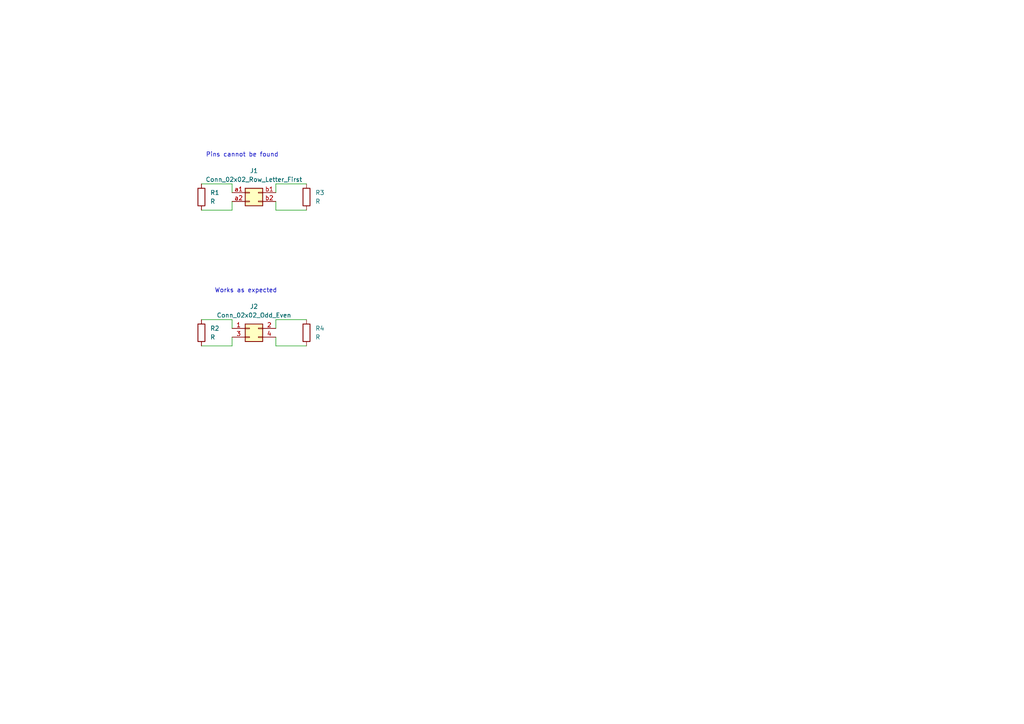
<source format=kicad_sch>
(kicad_sch (version 20211123) (generator eeschema)
  (paper "A4")
  (lib_symbols
    (symbol "Connector_Generic:Conn_02x02_Odd_Even" (pin_names (offset 1.016) hide)
      (property "Reference" "J" (at 1.27 2.54 0))
      (property "Value" "Conn_02x02_Odd_Even" (at 1.27 -5.08 0))
      (symbol "Conn_02x02_Odd_Even_1_1"
        (rectangle (start -1.27 -2.413) (end 0 -2.667) (stroke (width 0.1524)))
        (rectangle (start -1.27 0.127) (end 0 -0.127) (stroke (width 0.1524)))
        (rectangle (start -1.27 1.27) (end 3.81 -3.81) (stroke (width 0.254)) (fill (type background)))
        (rectangle (start 3.81 -2.413) (end 2.54 -2.667) (stroke (width 0.1524)))
        (rectangle (start 3.81 0.127) (end 2.54 -0.127) (stroke (width 0.1524)))
        (pin passive line (at -5.08 0 0) (length 3.81) (name "Pin_1") (number "1"))
        (pin passive line (at 7.62 0 180) (length 3.81) (name "Pin_2") (number "2"))
        (pin passive line (at -5.08 -2.54 0) (length 3.81) (name "Pin_3") (number "3"))
        (pin passive line (at 7.62 -2.54 180) (length 3.81) (name "Pin_4") (number "4"))
      )
    )
    (symbol "Connector_Generic:Conn_02x02_Row_Letter_First" (pin_names (offset 1.016) hide)
      (property "Reference" "J" (at 1.27 2.54 0))
      (property "Value" "Conn_02x02_Row_Letter_First" (at 1.27 -5.08 0))
      (symbol "Conn_02x02_Row_Letter_First_1_1"
        (rectangle (start -1.27 -2.413) (end 0 -2.667) (stroke (width 0.1524)))
        (rectangle (start -1.27 0.127) (end 0 -0.127) (stroke (width 0.1524)))
        (rectangle (start -1.27 1.27) (end 3.81 -3.81) (stroke (width 0.254)) (fill (type background)))
        (rectangle (start 3.81 -2.413) (end 2.54 -2.667) (stroke (width 0.1524)))
        (rectangle (start 3.81 0.127) (end 2.54 -0.127) (stroke (width 0.1524)))
        (pin passive line (at -5.08 0 0) (length 3.81) (name "Pin_a1") (number "a1"))
        (pin passive line (at -5.08 -2.54 0) (length 3.81) (name "Pin_a2") (number "a2"))
        (pin passive line (at 7.62 0 180) (length 3.81) (name "Pin_b1") (number "b1"))
        (pin passive line (at 7.62 -2.54 180) (length 3.81) (name "Pin_b2") (number "b2"))
      )
    )
    (symbol "Device:R" (pin_numbers hide) (pin_names (offset 0))
      (property "Reference" "R" (at 2.032 0 90))
      (property "Value" "R" (at 0 0 90))
      (symbol "R_0_1"
        (rectangle (start -1.016 -2.54) (end 1.016 2.54) (stroke (width 0.254)))
      )
      (symbol "R_1_1"
        (pin passive line (at 0 3.81 270) (length 1.27) (name "~") (number "1"))
        (pin passive line (at 0 -3.81 90) (length 1.27) (name "~") (number "2"))
      )
    )
  )
  (wire (pts (xy 58.42 53.34) (xy 67.31 53.34)))
  (wire (pts (xy 80.01 53.34) (xy 80.01 55.88)))
  (wire (pts (xy 58.42 92.71) (xy 67.31 92.71)))
  (wire (pts (xy 67.31 92.71) (xy 67.31 95.25)))
  (wire (pts (xy 88.9 92.71) (xy 80.01 92.71)))
  (wire (pts (xy 67.31 60.96) (xy 67.31 58.42)))
  (wire (pts (xy 80.01 100.33) (xy 80.01 97.79)))
  (wire (pts (xy 67.31 53.34) (xy 67.31 55.88)))
  (wire (pts (xy 58.42 60.96) (xy 67.31 60.96)))
  (wire (pts (xy 80.01 92.71) (xy 80.01 95.25)))
  (wire (pts (xy 88.9 100.33) (xy 80.01 100.33)))
  (wire (pts (xy 58.42 100.33) (xy 67.31 100.33)))
  (wire (pts (xy 80.01 60.96) (xy 80.01 58.42)))
  (wire (pts (xy 67.31 100.33) (xy 67.31 97.79)))
  (wire (pts (xy 88.9 60.96) (xy 80.01 60.96)))
  (wire (pts (xy 88.9 53.34) (xy 80.01 53.34)))
  (text "Pins cannot be found" (at 59.69 45.72 0) (effects (font (size 1.27 1.27)) (justify left bottom)))
  (text "Works as expected" (at 62.23 85.09 0) (effects (font (size 1.27 1.27)) (justify left bottom)))
  (symbol (lib_id "Connector_Generic:Conn_02x02_Row_Letter_First") (at 72.39 55.88 0) (unit 1)
    (property "Reference" "J1" (at 73.66 49.53 0))
    (property "Value" "Conn_02x02_Row_Letter_First" (at 73.66 52.07 0))
    (property "Footprint" "Connector_PinHeader_2.54mm:PinHeader_2x02_P2.54mm_Vertical" (effects hide))
  )
  (symbol (lib_id "Device:R") (at 58.42 96.52 0) (unit 1)
    (property "Reference" "R2" (at 60.96 95.2499 0) (effects (justify left)))
    (property "Value" "R" (at 60.96 97.7899 0) (effects (justify left)))
    (property "Footprint" "Resistor_THT:R_Axial_DIN0411_L9.9mm_D3.6mm_P7.62mm_Vertical" (effects hide))
  )
  (symbol (lib_id "Device:R") (at 88.9 96.52 0) (unit 1)
    (property "Reference" "R4" (at 91.44 95.2499 0) (effects (justify left)))
    (property "Value" "R" (at 91.44 97.7899 0) (effects (justify left)))
    (property "Footprint" "Resistor_THT:R_Axial_DIN0411_L9.9mm_D3.6mm_P7.62mm_Vertical" (effects hide))
  )
  (symbol (lib_id "Device:R") (at 58.42 57.15 0) (unit 1)
    (property "Reference" "R1" (at 60.96 55.8799 0) (effects (justify left)))
    (property "Value" "R" (at 60.96 58.4199 0) (effects (justify left)))
    (property "Footprint" "Resistor_THT:R_Axial_DIN0411_L9.9mm_D3.6mm_P7.62mm_Vertical" (effects hide))
  )
  (symbol (lib_id "Connector_Generic:Conn_02x02_Odd_Even") (at 72.39 95.25 0) (unit 1)
    (property "Reference" "J2" (at 73.66 88.9 0))
    (property "Value" "Conn_02x02_Odd_Even" (at 73.66 91.44 0))
    (property "Footprint" "Connector_PinHeader_2.54mm:PinHeader_2x02_P2.54mm_Vertical" (effects hide))
  )
  (symbol (lib_id "Device:R") (at 88.9 57.15 0) (unit 1)
    (property "Reference" "R3" (at 91.44 55.8799 0) (effects (justify left)))
    (property "Value" "R" (at 91.44 58.4199 0) (effects (justify left)))
    (property "Footprint" "Resistor_THT:R_Axial_DIN0411_L9.9mm_D3.6mm_P7.62mm_Vertical" (effects hide))
  )
)
</source>
